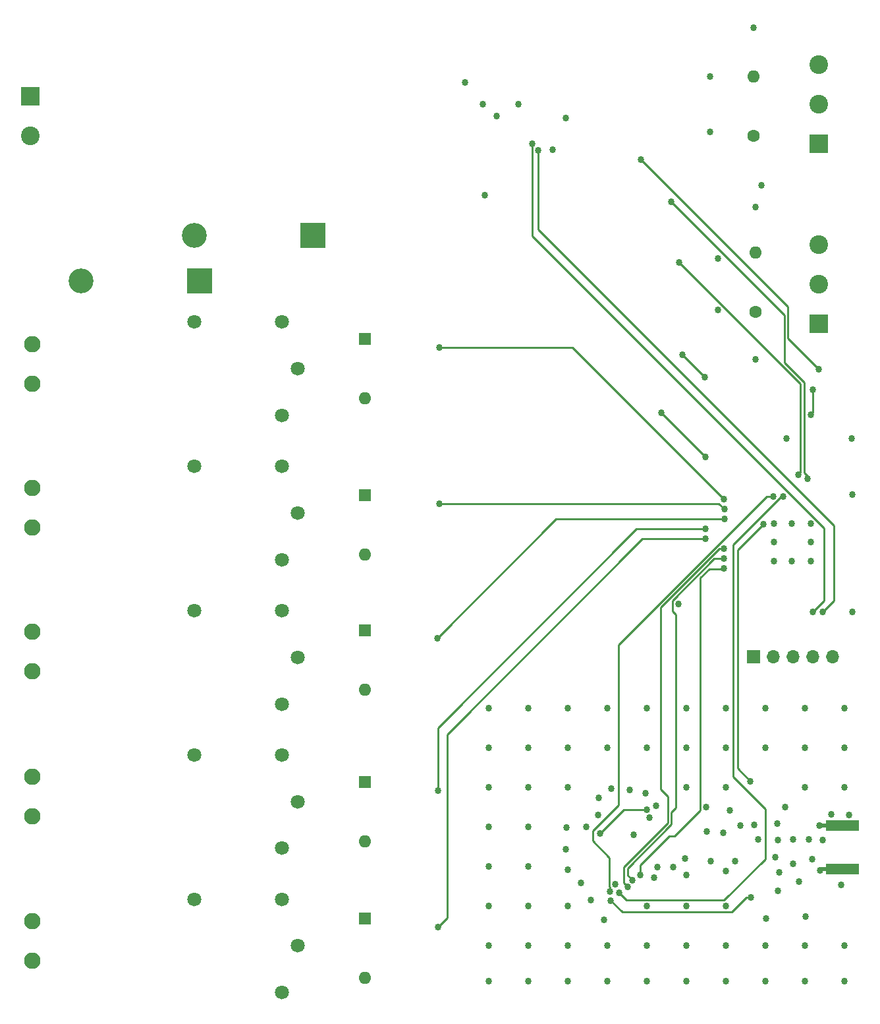
<source format=gbr>
%TF.GenerationSoftware,KiCad,Pcbnew,7.0.7*%
%TF.CreationDate,2023-11-01T18:07:50-05:00*%
%TF.ProjectId,greenhouse-controller-pcb,67726565-6e68-46f7-9573-652d636f6e74,rev?*%
%TF.SameCoordinates,Original*%
%TF.FileFunction,Copper,L4,Bot*%
%TF.FilePolarity,Positive*%
%FSLAX46Y46*%
G04 Gerber Fmt 4.6, Leading zero omitted, Abs format (unit mm)*
G04 Created by KiCad (PCBNEW 7.0.7) date 2023-11-01 18:07:50*
%MOMM*%
%LPD*%
G01*
G04 APERTURE LIST*
%TA.AperFunction,ComponentPad*%
%ADD10R,2.400000X2.400000*%
%TD*%
%TA.AperFunction,ComponentPad*%
%ADD11C,2.400000*%
%TD*%
%TA.AperFunction,ComponentPad*%
%ADD12C,1.808000*%
%TD*%
%TA.AperFunction,ComponentPad*%
%ADD13R,1.700000X1.700000*%
%TD*%
%TA.AperFunction,ComponentPad*%
%ADD14O,1.700000X1.700000*%
%TD*%
%TA.AperFunction,ComponentPad*%
%ADD15R,1.600000X1.600000*%
%TD*%
%TA.AperFunction,ComponentPad*%
%ADD16O,1.600000X1.600000*%
%TD*%
%TA.AperFunction,ComponentPad*%
%ADD17C,2.108200*%
%TD*%
%TA.AperFunction,ComponentPad*%
%ADD18R,3.200000X3.200000*%
%TD*%
%TA.AperFunction,ComponentPad*%
%ADD19O,3.200000X3.200000*%
%TD*%
%TA.AperFunction,SMDPad,CuDef*%
%ADD20R,4.200000X1.350000*%
%TD*%
%TA.AperFunction,ComponentPad*%
%ADD21C,1.600000*%
%TD*%
%TA.AperFunction,ViaPad*%
%ADD22C,0.863600*%
%TD*%
%TA.AperFunction,Conductor*%
%ADD23C,0.508000*%
%TD*%
%TA.AperFunction,Conductor*%
%ADD24C,0.250000*%
%TD*%
%TA.AperFunction,Conductor*%
%ADD25C,0.254000*%
%TD*%
G04 APERTURE END LIST*
D10*
%TO.P,J6,1,Pin_1*%
%TO.N,+12V*%
X85327500Y-38735000D03*
D11*
%TO.P,J6,2,Pin_2*%
%TO.N,GNDREF*%
X85327500Y-43815000D03*
%TD*%
D12*
%TO.P,K3,1,1*%
%TO.N,Net-(J9-Pin_2)*%
X119692499Y-110786599D03*
%TO.P,K3,2,2*%
%TO.N,+12V*%
X117692497Y-104786600D03*
%TO.P,K3,3,3*%
%TO.N,Net-(J9-Pin_1)*%
X106392502Y-104786600D03*
%TO.P,K3,5,5*%
%TO.N,Net-(D6-A)*%
X117692497Y-116786598D03*
%TD*%
D13*
%TO.P,J1,1,Pin_1*%
%TO.N,GNDREF*%
X178308000Y-110744000D03*
D14*
%TO.P,J1,2,Pin_2*%
%TO.N,JTAG_TCK*%
X180848000Y-110744000D03*
%TO.P,J1,3,Pin_3*%
%TO.N,JTAG_TDO*%
X183388000Y-110744000D03*
%TO.P,J1,4,Pin_4*%
%TO.N,JTAG_TDI*%
X185928000Y-110744000D03*
%TO.P,J1,5,Pin_5*%
%TO.N,JTAG_TMS*%
X188468000Y-110744000D03*
%TD*%
D15*
%TO.P,D8,1,K*%
%TO.N,+12V*%
X128338501Y-144302999D03*
D16*
%TO.P,D8,2,A*%
%TO.N,Net-(D8-A)*%
X128338501Y-151922999D03*
%TD*%
D17*
%TO.P,J8,1,Pin_1*%
%TO.N,Net-(J8-Pin_1)*%
X85598000Y-89081199D03*
%TO.P,J8,2,Pin_2*%
%TO.N,Net-(J8-Pin_2)*%
X85598000Y-94161199D03*
%TD*%
D15*
%TO.P,D5,1,K*%
%TO.N,+12V*%
X128338501Y-89946999D03*
D16*
%TO.P,D5,2,A*%
%TO.N,Net-(D5-A)*%
X128338501Y-97566999D03*
%TD*%
D15*
%TO.P,D4,1,K*%
%TO.N,+12V*%
X128338501Y-69880999D03*
D16*
%TO.P,D4,2,A*%
%TO.N,Net-(D4-A)*%
X128338501Y-77500999D03*
%TD*%
D12*
%TO.P,K2,1,1*%
%TO.N,Net-(J8-Pin_2)*%
X119692499Y-92256199D03*
%TO.P,K2,2,2*%
%TO.N,+12V*%
X117692497Y-86256200D03*
%TO.P,K2,3,3*%
%TO.N,Net-(J8-Pin_1)*%
X106392502Y-86256200D03*
%TO.P,K2,5,5*%
%TO.N,Net-(D5-A)*%
X117692497Y-98256198D03*
%TD*%
D17*
%TO.P,J10,1,Pin_1*%
%TO.N,Net-(J10-Pin_1)*%
X85598000Y-126141999D03*
%TO.P,J10,2,Pin_2*%
%TO.N,Net-(J10-Pin_2)*%
X85598000Y-131221999D03*
%TD*%
D10*
%TO.P,J2,1,Pin_1*%
%TO.N,Net-(J2-Pin_1)*%
X186706500Y-44831000D03*
D11*
%TO.P,J2,2,Pin_2*%
%TO.N,Net-(J2-Pin_2)*%
X186706500Y-39751000D03*
%TO.P,J2,3,Pin_3*%
%TO.N,GNDREF*%
X186706500Y-34671000D03*
%TD*%
D17*
%TO.P,J11,1,Pin_1*%
%TO.N,Net-(J11-Pin_1)*%
X85598000Y-144672399D03*
%TO.P,J11,2,Pin_2*%
%TO.N,Net-(J11-Pin_2)*%
X85598000Y-149752399D03*
%TD*%
D10*
%TO.P,J3,1,Pin_1*%
%TO.N,Net-(J3-Pin_1)*%
X186690000Y-67945000D03*
D11*
%TO.P,J3,2,Pin_2*%
%TO.N,Net-(J3-Pin_2)*%
X186690000Y-62865000D03*
%TO.P,J3,3,Pin_3*%
%TO.N,GNDREF*%
X186690000Y-57785000D03*
%TD*%
D18*
%TO.P,D1,1,K*%
%TO.N,Net-(D1-K)*%
X107111800Y-62484000D03*
D19*
%TO.P,D1,2,A*%
%TO.N,GNDREF*%
X91871800Y-62484000D03*
%TD*%
D17*
%TO.P,J7,1,Pin_1*%
%TO.N,Net-(J7-Pin_1)*%
X85598000Y-70612000D03*
%TO.P,J7,2,Pin_2*%
%TO.N,Net-(J7-Pin_2)*%
X85598000Y-75692000D03*
%TD*%
D18*
%TO.P,D3,1,K*%
%TO.N,Net-(D3-K)*%
X121666000Y-56616600D03*
D19*
%TO.P,D3,2,A*%
%TO.N,GNDREF*%
X106426000Y-56616600D03*
%TD*%
D12*
%TO.P,K5,1,1*%
%TO.N,Net-(J11-Pin_2)*%
X119692499Y-147847399D03*
%TO.P,K5,2,2*%
%TO.N,+12V*%
X117692497Y-141847400D03*
%TO.P,K5,3,3*%
%TO.N,Net-(J11-Pin_1)*%
X106392502Y-141847400D03*
%TO.P,K5,5,5*%
%TO.N,Net-(D8-A)*%
X117692497Y-153847398D03*
%TD*%
%TO.P,K1,1,1*%
%TO.N,Net-(J7-Pin_2)*%
X119692499Y-73725799D03*
%TO.P,K1,2,2*%
%TO.N,+12V*%
X117692497Y-67725800D03*
%TO.P,K1,3,3*%
%TO.N,Net-(J7-Pin_1)*%
X106392502Y-67725800D03*
%TO.P,K1,5,5*%
%TO.N,Net-(D4-A)*%
X117692497Y-79725798D03*
%TD*%
D20*
%TO.P,J4,2,Ext*%
%TO.N,GNDREF*%
X189755314Y-138011800D03*
X189755314Y-132361800D03*
%TD*%
D15*
%TO.P,D6,1,K*%
%TO.N,+12V*%
X128338501Y-107297499D03*
D16*
%TO.P,D6,2,A*%
%TO.N,Net-(D6-A)*%
X128338501Y-114917499D03*
%TD*%
D12*
%TO.P,K4,1,1*%
%TO.N,Net-(J10-Pin_2)*%
X119692499Y-129316999D03*
%TO.P,K4,2,2*%
%TO.N,+12V*%
X117692497Y-123317000D03*
%TO.P,K4,3,3*%
%TO.N,Net-(J10-Pin_1)*%
X106392502Y-123317000D03*
%TO.P,K4,5,5*%
%TO.N,Net-(D7-A)*%
X117692497Y-135316998D03*
%TD*%
D21*
%TO.P,R7,1*%
%TO.N,Net-(J3-Pin_1)*%
X178562000Y-66421000D03*
D16*
%TO.P,R7,2*%
%TO.N,Net-(J3-Pin_2)*%
X178562000Y-58801000D03*
%TD*%
D17*
%TO.P,J9,1,Pin_1*%
%TO.N,Net-(J9-Pin_1)*%
X85598000Y-107530900D03*
%TO.P,J9,2,Pin_2*%
%TO.N,Net-(J9-Pin_2)*%
X85598000Y-112610900D03*
%TD*%
D15*
%TO.P,D7,1,K*%
%TO.N,+12V*%
X128338501Y-126776999D03*
D16*
%TO.P,D7,2,A*%
%TO.N,Net-(D7-A)*%
X128338501Y-134396999D03*
%TD*%
D21*
%TO.P,R4,1*%
%TO.N,Net-(J2-Pin_1)*%
X178308000Y-43815000D03*
D16*
%TO.P,R4,2*%
%TO.N,Net-(J2-Pin_2)*%
X178308000Y-36195000D03*
%TD*%
D22*
%TO.N,GNDREF*%
X169672000Y-152400000D03*
X184912000Y-122428000D03*
X154432000Y-142748000D03*
X169672000Y-127508000D03*
X154432000Y-122428000D03*
X174752000Y-147828000D03*
X178866800Y-134194717D03*
X157378400Y-141986000D03*
X174752000Y-152400000D03*
X172212000Y-130048000D03*
X185369200Y-134213600D03*
X144272000Y-137668000D03*
X189992000Y-127508000D03*
X169672000Y-142748000D03*
X174752000Y-117348000D03*
X186740800Y-132359400D03*
X159512000Y-117348000D03*
X179882800Y-144322800D03*
X154432000Y-127508000D03*
X169672000Y-147828000D03*
X164947600Y-131368800D03*
X156108400Y-139801600D03*
X187198000Y-134264400D03*
X159105600Y-144475200D03*
X144272000Y-122428000D03*
X168630600Y-103936800D03*
X165760400Y-129844800D03*
X154432000Y-117348000D03*
X178562000Y-52959000D03*
X179832000Y-147828000D03*
X180879750Y-96012000D03*
X174752000Y-122428000D03*
X179832000Y-122428000D03*
X189992000Y-147828000D03*
X174371000Y-133299200D03*
X184912000Y-117348000D03*
X156819600Y-132537200D03*
X144272000Y-142748000D03*
X158292800Y-131064000D03*
X169672000Y-117348000D03*
X181457600Y-134264400D03*
X178409600Y-132283200D03*
X149352000Y-152400000D03*
X160020000Y-127635000D03*
X181356000Y-132181600D03*
X184912000Y-147828000D03*
X173736000Y-66167000D03*
X144272000Y-132588000D03*
X169672000Y-122428000D03*
X183229250Y-93599000D03*
X182372000Y-130048000D03*
X172796200Y-136931400D03*
X154432000Y-152400000D03*
X149352000Y-117348000D03*
X158394400Y-128828800D03*
X164388800Y-128219200D03*
X159512000Y-122428000D03*
X185642250Y-96012000D03*
X174752000Y-127508000D03*
X185642250Y-98425000D03*
X164592000Y-117348000D03*
X183388000Y-134162800D03*
X165481000Y-139065000D03*
X180879750Y-93599000D03*
X154127200Y-135432800D03*
X179832000Y-152400000D03*
X144272000Y-152400000D03*
X159512000Y-147828000D03*
X184150000Y-139598400D03*
X144272000Y-127508000D03*
X189992000Y-117348000D03*
X141198600Y-36948000D03*
X164592000Y-142748000D03*
X175895000Y-136931400D03*
X164592000Y-152400000D03*
X182499000Y-82677000D03*
X190982600Y-89890600D03*
X159512000Y-152400000D03*
X165963600Y-137769600D03*
X149352000Y-127508000D03*
X178308000Y-29964000D03*
X149352000Y-147828000D03*
X185826400Y-136702800D03*
X190550800Y-131013200D03*
X148082000Y-39751000D03*
X154432000Y-147828000D03*
X172313600Y-133197600D03*
X149352000Y-142748000D03*
X186842400Y-138125200D03*
X184912000Y-152400000D03*
X144272000Y-117348000D03*
X144272000Y-147828000D03*
X183229250Y-98425000D03*
X164592000Y-122428000D03*
X190982600Y-105003600D03*
X184912000Y-127508000D03*
X154228800Y-132689600D03*
X189585600Y-140055600D03*
X169519600Y-136652000D03*
X149352000Y-137668000D03*
X189992000Y-122428000D03*
X185642250Y-93599000D03*
X169672000Y-138785600D03*
X181610000Y-138430000D03*
X183388000Y-137312400D03*
X181051200Y-136448800D03*
X162407600Y-127863600D03*
X179832000Y-117348000D03*
X143510000Y-39751000D03*
X149352000Y-122428000D03*
X172720000Y-43307000D03*
X167995600Y-137718800D03*
X175260000Y-130429000D03*
X188315600Y-130962400D03*
X174752000Y-142748000D03*
X181406800Y-140766800D03*
X149352000Y-132588000D03*
X174777400Y-138277600D03*
X189992000Y-152400000D03*
X154381200Y-138074400D03*
X164592000Y-147828000D03*
X180879750Y-98425000D03*
X184962800Y-144068800D03*
X176580800Y-132359400D03*
%TO.N,+3.3V*%
X145288000Y-41275000D03*
X172720000Y-36195000D03*
X152450800Y-45643800D03*
X190881000Y-82677000D03*
X179324000Y-50165000D03*
X173736000Y-59563000D03*
X160545314Y-139936600D03*
X178562000Y-72517000D03*
X162856714Y-133607200D03*
X143764000Y-51435000D03*
X154178000Y-41529000D03*
%TO.N,ESP32_UART_TX*%
X150622000Y-45693669D03*
X187172600Y-104952800D03*
%TO.N,ESP32_UART_RX*%
X149860000Y-44830500D03*
X185902600Y-104952800D03*
%TO.N,Net-(U4-DIO3)*%
X158546800Y-133451600D03*
X164609314Y-130360800D03*
%TO.N,/LoRa Interface/DIO2*%
X177995114Y-141621700D03*
X159961114Y-142019400D03*
%TO.N,LoRa_BUSY*%
X180819600Y-90116299D03*
X159808714Y-140876400D03*
%TO.N,MISO*%
X162110534Y-140276380D03*
X174444200Y-96872699D03*
%TO.N,MOSI*%
X162756001Y-139385456D03*
X174469600Y-98142699D03*
%TO.N,SCK*%
X163753800Y-138760200D03*
X174469600Y-99412699D03*
%TO.N,LoRa_SPI_CS*%
X161053314Y-141054200D03*
X182089600Y-90141699D03*
%TO.N,EN*%
X163779200Y-46863000D03*
X185648600Y-79629000D03*
X186639200Y-73787000D03*
X185928000Y-76428600D03*
%TO.N,RS-485_1_TX*%
X185242200Y-87833200D03*
X167716200Y-52324000D03*
%TO.N,RS-485_2_RX*%
X184082000Y-87376000D03*
X168732200Y-60071000D03*
%TO.N,RS-485_2_TX*%
X172059600Y-74853800D03*
X169113200Y-71907400D03*
%TO.N,RELAY_1*%
X137871200Y-70993000D03*
X174523400Y-90525600D03*
%TO.N,RELAY_2*%
X137947400Y-91056099D03*
X174548800Y-91792699D03*
%TO.N,RELAY_3*%
X137642600Y-108331000D03*
X174574200Y-93065600D03*
%TO.N,RELAY_4*%
X137718800Y-127889000D03*
X172110400Y-94332699D03*
%TO.N,RELAY_5*%
X172135800Y-95605600D03*
X137744200Y-145415000D03*
%TO.N,RS-485_1_RX_EN*%
X166398600Y-79364900D03*
X172135800Y-85090000D03*
%TO.N,ANT_SW*%
X177893514Y-126686500D03*
X179545500Y-93713226D03*
%TD*%
D23*
%TO.N,GNDREF*%
X186955800Y-138011800D02*
X186842400Y-138125200D01*
X189755314Y-132361800D02*
X186743200Y-132361800D01*
X186743200Y-132361800D02*
X186740800Y-132359400D01*
X189718114Y-138049000D02*
X189755314Y-138011800D01*
X189755314Y-138011800D02*
X186955800Y-138011800D01*
D24*
%TO.N,ESP32_UART_TX*%
X150622000Y-55880000D02*
X150622000Y-45693669D01*
D25*
X188620400Y-103505000D02*
X188620400Y-93878400D01*
D24*
X188620400Y-93878400D02*
X150622000Y-55880000D01*
D25*
X187172600Y-104952800D02*
X188620400Y-103505000D01*
D24*
%TO.N,ESP32_UART_RX*%
X149859758Y-56717958D02*
X149859758Y-44830742D01*
X149859758Y-44830742D02*
X149860000Y-44830500D01*
X185902600Y-104952800D02*
X187325000Y-103530400D01*
X187325000Y-103530400D02*
X187325000Y-94183200D01*
X187325000Y-94183200D02*
X149859758Y-56717958D01*
D25*
%TO.N,Net-(U4-DIO3)*%
X161637600Y-130360800D02*
X164609314Y-130360800D01*
X158546800Y-133451600D02*
X161637600Y-130360800D01*
%TO.N,/LoRa Interface/DIO2*%
X175501866Y-143510000D02*
X177390166Y-141621700D01*
X177390166Y-141621700D02*
X177995114Y-141621700D01*
X161451714Y-143510000D02*
X175501866Y-143510000D01*
X159961114Y-142019400D02*
X161451714Y-143510000D01*
%TO.N,LoRa_BUSY*%
X179991545Y-90116299D02*
X180819600Y-90116299D01*
X157607000Y-133108134D02*
X160909000Y-129806134D01*
X159786514Y-140250906D02*
X159786514Y-136532248D01*
X160909000Y-109198844D02*
X179991545Y-90116299D01*
X157607000Y-134352734D02*
X157607000Y-133108134D01*
X159808714Y-140876400D02*
X159808714Y-140273106D01*
X160909000Y-129806134D02*
X160909000Y-109198844D01*
X159808714Y-140273106D02*
X159786514Y-140250906D01*
X159786514Y-136532248D02*
X157607000Y-134352734D01*
%TO.N,MISO*%
X166370000Y-104379896D02*
X173877197Y-96872699D01*
X161624914Y-139790760D02*
X161624914Y-137703832D01*
X173877197Y-96872699D02*
X174444200Y-96872699D01*
X167259000Y-128663134D02*
X166370000Y-127774134D01*
X161624914Y-137703832D02*
X167259000Y-132069746D01*
X167259000Y-132069746D02*
X167259000Y-128663134D01*
X166370000Y-127774134D02*
X166370000Y-104379896D01*
X162110534Y-140276380D02*
X161624914Y-139790760D01*
D24*
%TO.N,MOSI*%
X173252077Y-98142699D02*
X167873800Y-103520976D01*
D25*
X162835792Y-139385456D02*
X162756001Y-139385456D01*
D24*
X167873800Y-103520976D02*
X167873800Y-104907200D01*
X168300400Y-105333800D02*
X168300400Y-130151823D01*
X167714599Y-130737624D02*
X167714599Y-132256199D01*
X167714599Y-132256199D02*
X162078914Y-137891884D01*
X174469600Y-98142699D02*
X173252077Y-98142699D01*
D25*
X162078914Y-137891884D02*
X162078914Y-138708369D01*
D24*
X167873800Y-104907200D02*
X168300400Y-105333800D01*
D25*
X162078914Y-138708369D02*
X162756001Y-139385456D01*
D24*
X168300400Y-130151823D02*
X167714599Y-130737624D01*
D25*
%TO.N,SCK*%
X163753800Y-137439314D02*
X167433134Y-133759980D01*
X168141218Y-133759980D02*
X171450000Y-130451198D01*
X167433134Y-133759980D02*
X168141218Y-133759980D01*
X174441299Y-99441000D02*
X174469600Y-99412699D01*
X172593000Y-99441000D02*
X174441299Y-99441000D01*
X163753800Y-138760200D02*
X163753800Y-137439314D01*
X171450000Y-130451198D02*
X171450000Y-100584000D01*
X171450000Y-100584000D02*
X172593000Y-99441000D01*
D24*
%TO.N,LoRa_SPI_CS*%
X175641000Y-126130000D02*
X175641000Y-96365176D01*
D25*
X179796169Y-130285169D02*
X175641000Y-126130000D01*
D24*
X175641000Y-96365176D02*
X181864477Y-90141699D01*
X181864477Y-90141699D02*
X182089600Y-90141699D01*
D25*
X161053314Y-141054200D02*
X161985114Y-141986000D01*
X174510134Y-141986000D02*
X179796169Y-136699965D01*
X161985114Y-141986000D02*
X174510134Y-141986000D01*
X179796169Y-136699965D02*
X179796169Y-130285169D01*
%TO.N,EN*%
X185928000Y-76428600D02*
X185928000Y-79349600D01*
X182702200Y-65786000D02*
X182702200Y-69850000D01*
X163779200Y-46863000D02*
X182702200Y-65786000D01*
X182702200Y-69850000D02*
X186639200Y-73787000D01*
X185928000Y-79349600D02*
X185648600Y-79629000D01*
%TO.N,RS-485_1_TX*%
X182248200Y-72944948D02*
X184781800Y-75478547D01*
X185242200Y-87541666D02*
X185242200Y-87833200D01*
X182248200Y-66856000D02*
X182248200Y-72944948D01*
X167716200Y-52324000D02*
X182248200Y-66856000D01*
X184781800Y-87081266D02*
X185242200Y-87541666D01*
X184781800Y-75478547D02*
X184781800Y-87081266D01*
%TO.N,RS-485_2_RX*%
X184327800Y-75666600D02*
X168732200Y-60071000D01*
X184082000Y-87376000D02*
X184327800Y-87130200D01*
X184327800Y-87130200D02*
X184327800Y-75666600D01*
%TO.N,RS-485_2_TX*%
X172059600Y-74853800D02*
X169113200Y-71907400D01*
%TO.N,RELAY_1*%
X137871200Y-70993000D02*
X154990800Y-70993000D01*
X154990800Y-70993000D02*
X174523400Y-90525600D01*
%TO.N,RELAY_2*%
X137947400Y-91056099D02*
X173812200Y-91056099D01*
X173812200Y-91056099D02*
X174548800Y-91792699D01*
%TO.N,RELAY_3*%
X152908000Y-93065600D02*
X174574200Y-93065600D01*
X137642600Y-108331000D02*
X152908000Y-93065600D01*
%TO.N,RELAY_4*%
X137718800Y-127889000D02*
X137718800Y-119837200D01*
X163223301Y-94332699D02*
X172110400Y-94332699D01*
X137718800Y-119837200D02*
X163223301Y-94332699D01*
%TO.N,RELAY_5*%
X163982400Y-95605600D02*
X172135800Y-95605600D01*
X138887200Y-120700800D02*
X163982400Y-95605600D01*
X138887200Y-144272000D02*
X138887200Y-120700800D01*
X137744200Y-145415000D02*
X138887200Y-144272000D01*
%TO.N,RS-485_1_RX_EN*%
X166410700Y-79364900D02*
X172135800Y-85090000D01*
X166398600Y-79364900D02*
X166410700Y-79364900D01*
%TO.N,ANT_SW*%
X176276000Y-96982726D02*
X179545500Y-93713226D01*
X177893514Y-126686500D02*
X176276000Y-125068986D01*
X176276000Y-125068986D02*
X176276000Y-96982726D01*
%TD*%
M02*

</source>
